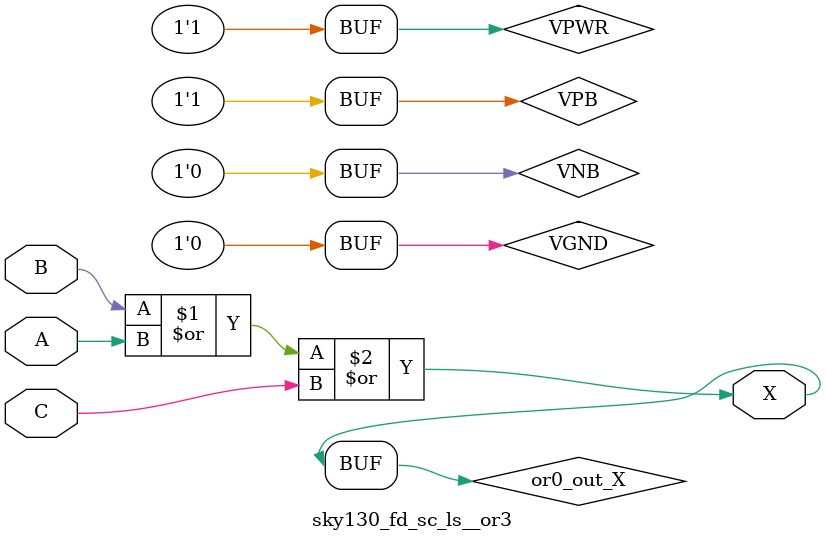
<source format=v>
/*
 * Copyright 2020 The SkyWater PDK Authors
 *
 * Licensed under the Apache License, Version 2.0 (the "License");
 * you may not use this file except in compliance with the License.
 * You may obtain a copy of the License at
 *
 *     https://www.apache.org/licenses/LICENSE-2.0
 *
 * Unless required by applicable law or agreed to in writing, software
 * distributed under the License is distributed on an "AS IS" BASIS,
 * WITHOUT WARRANTIES OR CONDITIONS OF ANY KIND, either express or implied.
 * See the License for the specific language governing permissions and
 * limitations under the License.
 *
 * SPDX-License-Identifier: Apache-2.0
*/


`ifndef SKY130_FD_SC_LS__OR3_BEHAVIORAL_V
`define SKY130_FD_SC_LS__OR3_BEHAVIORAL_V

/**
 * or3: 3-input OR.
 *
 * Verilog simulation functional model.
 */

`timescale 1ns / 1ps
`default_nettype none

`celldefine
module sky130_fd_sc_ls__or3 (
    X,
    A,
    B,
    C
);

    // Module ports
    output X;
    input  A;
    input  B;
    input  C;

    // Module supplies
    supply1 VPWR;
    supply0 VGND;
    supply1 VPB ;
    supply0 VNB ;

    // Local signals
    wire or0_out_X;

    //  Name  Output     Other arguments
    or  or0  (or0_out_X, B, A, C        );
    buf buf0 (X        , or0_out_X      );

endmodule
`endcelldefine

`default_nettype wire
`endif  // SKY130_FD_SC_LS__OR3_BEHAVIORAL_V
</source>
